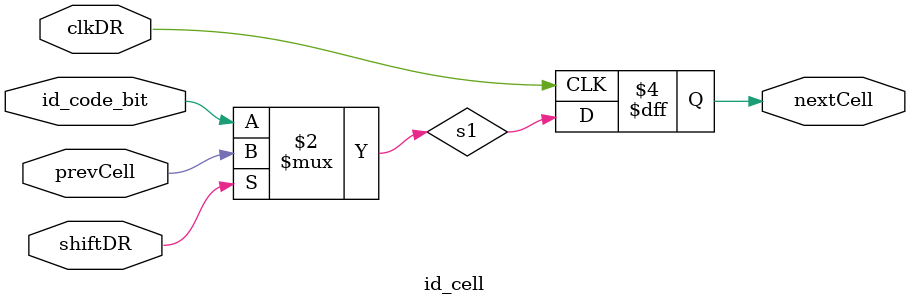
<source format=v>
`timescale 1ps / 1ps
module id_cell (
    input      clkDR,
    shiftDR,
    id_code_bit,
    prevCell,
    output reg nextCell
);

    wire s1;

    assign s1 = (shiftDR == 1'b0) ? id_code_bit : prevCell;

    always @(posedge clkDR) begin
        nextCell <= s1;
    end
endmodule

</source>
